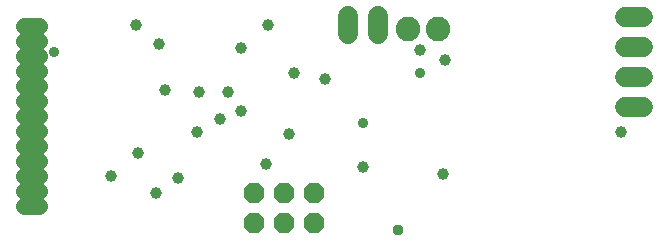
<source format=gbs>
G75*
%MOIN*%
%OFA0B0*%
%FSLAX25Y25*%
%IPPOS*%
%LPD*%
%AMOC8*
5,1,8,0,0,1.08239X$1,22.5*
%
%ADD10OC8,0.06800*%
%ADD11C,0.05556*%
%ADD12C,0.06800*%
%ADD13C,0.08200*%
%ADD14C,0.03600*%
%ADD15C,0.03900*%
%ADD16C,0.03700*%
D10*
X0100406Y0015167D03*
X0110406Y0015167D03*
X0120406Y0015167D03*
X0120406Y0025167D03*
X0110406Y0025167D03*
X0100406Y0025167D03*
D11*
X0028471Y0020957D02*
X0023715Y0020957D01*
X0023715Y0025957D02*
X0028471Y0025957D01*
X0028471Y0030957D02*
X0023715Y0030957D01*
X0023715Y0035957D02*
X0028471Y0035957D01*
X0028471Y0040957D02*
X0023715Y0040957D01*
X0023715Y0045957D02*
X0028471Y0045957D01*
X0028471Y0050957D02*
X0023715Y0050957D01*
X0023715Y0055957D02*
X0028471Y0055957D01*
X0028471Y0060957D02*
X0023715Y0060957D01*
X0023715Y0065957D02*
X0028471Y0065957D01*
X0028471Y0070957D02*
X0023715Y0070957D01*
X0023715Y0075957D02*
X0028471Y0075957D01*
X0028471Y0080957D02*
X0023715Y0080957D01*
D12*
X0131679Y0078177D02*
X0131679Y0084177D01*
X0141679Y0084177D02*
X0141679Y0078177D01*
X0223880Y0073722D02*
X0229880Y0073722D01*
X0229880Y0083722D02*
X0223880Y0083722D01*
X0223880Y0063722D02*
X0229880Y0063722D01*
X0229880Y0053722D02*
X0223880Y0053722D01*
D13*
X0161780Y0079922D03*
X0151780Y0079922D03*
D14*
X0155480Y0065222D03*
X0136580Y0048422D03*
X0033680Y0072222D03*
D15*
X0060980Y0081322D03*
X0068680Y0075022D03*
X0095980Y0073622D03*
X0105080Y0081322D03*
X0113480Y0065222D03*
X0123980Y0063122D03*
X0095980Y0052622D03*
X0088980Y0049822D03*
X0081280Y0045622D03*
X0061680Y0038622D03*
X0052580Y0030922D03*
X0067680Y0025122D03*
X0074980Y0030222D03*
X0104380Y0034722D03*
X0112080Y0044922D03*
X0136580Y0033722D03*
X0163180Y0031622D03*
X0222680Y0045622D03*
X0163880Y0069422D03*
X0155480Y0072922D03*
X0091780Y0058922D03*
X0081980Y0058922D03*
X0070780Y0059622D03*
D16*
X0148412Y0012972D03*
M02*

</source>
